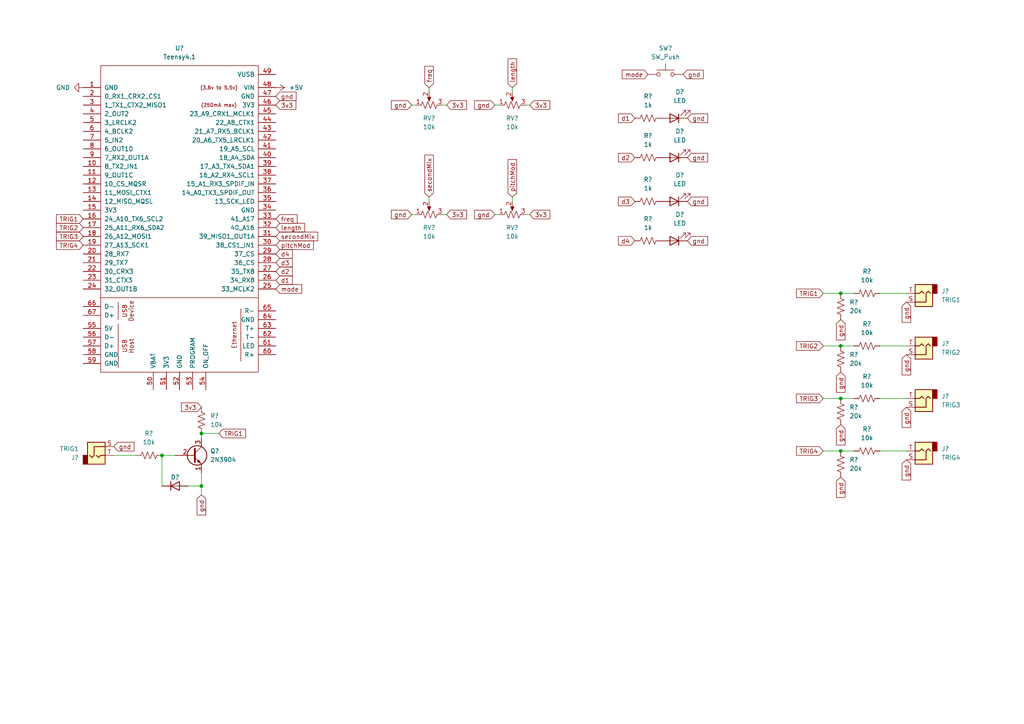
<source format=kicad_sch>
(kicad_sch (version 20211123) (generator eeschema)
  (paper "A4")
  (lib_symbols
    (symbol "Connector:AudioJack2"
      (property "Reference" "J" (at 0 8.89 0))
      (property "Value" "AudioJack2" (at 0 6.35 0))
      (symbol "AudioJack2_0_1"
        (rectangle (start -3.81 0) (end -2.54 -2.54) (stroke (width 0.254)) (fill (type outline)))
        (rectangle (start -2.54 3.81) (end 2.54 -2.54) (stroke (width 0.254)) (fill (type background)))
        (polyline (pts (xy 0 0) (xy 0.635 -0.635) (xy 1.27 0) (xy 2.54 0)) (stroke (width 0.254)))
        (polyline (pts (xy 2.54 2.54) (xy -0.635 2.54) (xy -0.635 0) (xy -1.27 -0.635) (xy -1.905 0)) (stroke (width 0.254)))
      )
      (symbol "AudioJack2_1_1"
        (pin passive line (at 5.08 2.54 180) (length 2.54) (name "~") (number "S"))
        (pin passive line (at 5.08 0 180) (length 2.54) (name "~") (number "T"))
      )
    )
    (symbol "Device:LED" (pin_numbers hide) (pin_names (offset 1.016) hide)
      (property "Reference" "D" (at 0 2.54 0))
      (property "Value" "LED" (at 0 -2.54 0))
      (symbol "LED_0_1"
        (polyline (pts (xy -1.27 -1.27) (xy -1.27 1.27)) (stroke (width 0.254)))
        (polyline (pts (xy -1.27 0) (xy 1.27 0)))
        (polyline (pts (xy 1.27 -1.27) (xy 1.27 1.27) (xy -1.27 0) (xy 1.27 -1.27)) (stroke (width 0.254)))
        (polyline (pts (xy -3.048 -0.762) (xy -4.572 -2.286) (xy -3.81 -2.286) (xy -4.572 -2.286) (xy -4.572 -1.524)))
        (polyline (pts (xy -1.778 -0.762) (xy -3.302 -2.286) (xy -2.54 -2.286) (xy -3.302 -2.286) (xy -3.302 -1.524)))
      )
      (symbol "LED_1_1"
        (pin passive line (at -3.81 0 0) (length 2.54) (name "K") (number "1"))
        (pin passive line (at 3.81 0 180) (length 2.54) (name "A") (number "2"))
      )
    )
    (symbol "Device:R_Potentiometer_US" (pin_names (offset 1.016) hide)
      (property "Reference" "RV" (at -4.445 0 90))
      (property "Value" "R_Potentiometer_US" (at -2.54 0 90))
      (symbol "R_Potentiometer_US_0_1"
        (polyline (pts (xy 0 -2.286) (xy 0 -2.54)))
        (polyline (pts (xy 0 2.54) (xy 0 2.286)))
        (polyline (pts (xy 2.54 0) (xy 1.524 0)))
        (polyline (pts (xy 1.143 0) (xy 2.286 0.508) (xy 2.286 -0.508) (xy 1.143 0)) (fill (type outline)))
        (polyline (pts (xy 0 -0.762) (xy 1.016 -1.143) (xy 0 -1.524) (xy -1.016 -1.905) (xy 0 -2.286)))
        (polyline (pts (xy 0 0.762) (xy 1.016 0.381) (xy 0 0) (xy -1.016 -0.381) (xy 0 -0.762)))
        (polyline (pts (xy 0 2.286) (xy 1.016 1.905) (xy 0 1.524) (xy -1.016 1.143) (xy 0 0.762)))
      )
      (symbol "R_Potentiometer_US_1_1"
        (pin passive line (at 0 3.81 270) (length 1.27) (name "1") (number "1"))
        (pin passive line (at 3.81 0 180) (length 1.27) (name "2") (number "2"))
        (pin passive line (at 0 -3.81 90) (length 1.27) (name "3") (number "3"))
      )
    )
    (symbol "Device:R_US" (pin_numbers hide) (pin_names (offset 0))
      (property "Reference" "R" (at 2.54 0 90))
      (property "Value" "R_US" (at -2.54 0 90))
      (symbol "R_US_0_1"
        (polyline (pts (xy 0 -2.286) (xy 0 -2.54)))
        (polyline (pts (xy 0 2.286) (xy 0 2.54)))
        (polyline (pts (xy 0 -0.762) (xy 1.016 -1.143) (xy 0 -1.524) (xy -1.016 -1.905) (xy 0 -2.286)))
        (polyline (pts (xy 0 0.762) (xy 1.016 0.381) (xy 0 0) (xy -1.016 -0.381) (xy 0 -0.762)))
        (polyline (pts (xy 0 2.286) (xy 1.016 1.905) (xy 0 1.524) (xy -1.016 1.143) (xy 0 0.762)))
      )
      (symbol "R_US_1_1"
        (pin passive line (at 0 3.81 270) (length 1.27) (name "~") (number "1"))
        (pin passive line (at 0 -3.81 90) (length 1.27) (name "~") (number "2"))
      )
    )
    (symbol "Simulation_SPICE:DIODE" (pin_numbers hide) (pin_names (offset 1.016) hide)
      (property "Reference" "D" (at 0 2.54 0))
      (property "Value" "DIODE" (at 0 -2.54 0))
      (symbol "DIODE_0_1"
        (polyline (pts (xy 1.27 0) (xy -1.27 0)))
        (polyline (pts (xy 1.27 1.27) (xy 1.27 -1.27)) (stroke (width 0.254)))
        (polyline (pts (xy -1.27 -1.27) (xy -1.27 1.27) (xy 1.27 0) (xy -1.27 -1.27)) (stroke (width 0.254)))
      )
      (symbol "DIODE_1_1"
        (pin passive line (at -3.81 0 0) (length 2.54) (name "A") (number "1"))
        (pin passive line (at 3.81 0 180) (length 2.54) (name "K") (number "2"))
      )
    )
    (symbol "Switch:SW_Push" (pin_numbers hide) (pin_names (offset 1.016) hide)
      (property "Reference" "SW" (at 1.27 2.54 0))
      (property "Value" "SW_Push" (at 0 -1.524 0))
      (symbol "SW_Push_0_1"
        (circle (center -2.032 0) (radius 0.508))
        (polyline (pts (xy 0 1.27) (xy 0 3.048)))
        (polyline (pts (xy 2.54 1.27) (xy -2.54 1.27)))
        (circle (center 2.032 0) (radius 0.508))
        (pin passive line (at -5.08 0 0) (length 2.54) (name "1") (number "1"))
        (pin passive line (at 5.08 0 180) (length 2.54) (name "2") (number "2"))
      )
    )
    (symbol "Transistor_BJT:2N3904" (pin_names (offset 0) hide)
      (property "Reference" "Q" (at 5.08 1.905 0))
      (property "Value" "2N3904" (at 5.08 0 0))
      (symbol "2N3904_0_1"
        (polyline (pts (xy 0.635 0.635) (xy 2.54 2.54)))
        (polyline (pts (xy 0.635 -0.635) (xy 2.54 -2.54) (xy 2.54 -2.54)))
        (polyline (pts (xy 0.635 1.905) (xy 0.635 -1.905) (xy 0.635 -1.905)) (stroke (width 0.508)))
        (polyline (pts (xy 1.27 -1.778) (xy 1.778 -1.27) (xy 2.286 -2.286) (xy 1.27 -1.778) (xy 1.27 -1.778)) (fill (type outline)))
        (circle (center 1.27 0) (radius 2.8194) (stroke (width 0.254)))
      )
      (symbol "2N3904_1_1"
        (pin passive line (at 2.54 -5.08 90) (length 2.54) (name "E") (number "1"))
        (pin passive line (at -5.08 0 0) (length 5.715) (name "B") (number "2"))
        (pin passive line (at 2.54 5.08 270) (length 2.54) (name "C") (number "3"))
      )
    )
    (symbol "power:+5V" (power) (pin_names (offset 0))
      (property "Value" "+5V" (at 0 3.556 0))
      (symbol "+5V_0_1"
        (polyline (pts (xy -0.762 1.27) (xy 0 2.54)))
        (polyline (pts (xy 0 0) (xy 0 2.54)))
        (polyline (pts (xy 0 2.54) (xy 0.762 1.27)))
      )
      (symbol "+5V_1_1"
        (pin power_in line (at 0 0 90) (length 0) hide (name "+5V") (number "1"))
      )
    )
    (symbol "power:GND" (power) (pin_names (offset 0))
      (property "Value" "GND" (at 0 -3.81 0))
      (symbol "GND_0_1"
        (polyline (pts (xy 0 0) (xy 0 -1.27) (xy 1.27 -1.27) (xy 0 -2.54) (xy -1.27 -1.27) (xy 0 -1.27)))
      )
      (symbol "GND_1_1"
        (pin power_in line (at 0 0 270) (length 0) hide (name "GND") (number "1"))
      )
    )
    (symbol "teensy:Teensy4.1" (pin_names (offset 1.016))
      (property "Reference" "U" (at 0 64.77 0))
      (property "Value" "Teensy4.1" (at 0 62.23 0))
      (symbol "Teensy4.1_0_0"
        (polyline (pts (xy -22.86 -6.35) (xy 22.86 -6.35)))
        (polyline (pts (xy -17.78 -26.67) (xy -17.78 -13.97)))
        (polyline (pts (xy -17.78 -7.62) (xy -17.78 -12.7)))
        (polyline (pts (xy 17.78 -9.525) (xy 17.78 -24.765)))
        (text "(250mA max)" (at 11.43 49.53 0) (effects (font (size 1.016 1.016))))
        (text "(3.6v to 5.5v)" (at 11.43 54.61 0) (effects (font (size 1.016 1.016))))
        (text "Device" (at -13.97 -10.16 900) (effects (font (size 1.27 1.27))))
        (text "Ethernet" (at 15.875 -17.145 900) (effects (font (size 1.27 1.27))))
        (text "Host" (at -13.97 -20.32 900) (effects (font (size 1.27 1.27))))
        (text "USB" (at -15.875 -20.32 900) (effects (font (size 1.27 1.27))))
        (text "USB" (at -15.875 -10.16 900) (effects (font (size 1.27 1.27))))
        (pin bidirectional line (at -27.94 31.75 0) (length 5.08) (name "8_TX2_IN1") (number "10"))
        (pin bidirectional line (at -27.94 29.21 0) (length 5.08) (name "9_OUT1C") (number "11"))
        (pin bidirectional line (at -27.94 26.67 0) (length 5.08) (name "10_CS_MQSR") (number "12"))
        (pin bidirectional line (at -27.94 24.13 0) (length 5.08) (name "11_MOSI_CTX1") (number "13"))
        (pin bidirectional line (at -27.94 21.59 0) (length 5.08) (name "12_MISO_MQSL") (number "14"))
        (pin power_in line (at -27.94 19.05 0) (length 5.08) (name "3V3") (number "15"))
        (pin bidirectional line (at -27.94 16.51 0) (length 5.08) (name "24_A10_TX6_SCL2") (number "16"))
        (pin bidirectional line (at -27.94 13.97 0) (length 5.08) (name "25_A11_RX6_SDA2") (number "17"))
        (pin bidirectional line (at -27.94 11.43 0) (length 5.08) (name "26_A12_MOSI1") (number "18"))
        (pin bidirectional line (at -27.94 8.89 0) (length 5.08) (name "27_A13_SCK1") (number "19"))
        (pin bidirectional line (at -27.94 6.35 0) (length 5.08) (name "28_RX7") (number "20"))
        (pin bidirectional line (at -27.94 3.81 0) (length 5.08) (name "29_TX7") (number "21"))
        (pin bidirectional line (at -27.94 1.27 0) (length 5.08) (name "30_CRX3") (number "22"))
        (pin bidirectional line (at -27.94 -1.27 0) (length 5.08) (name "31_CTX3") (number "23"))
        (pin bidirectional line (at -27.94 -3.81 0) (length 5.08) (name "32_OUT1B") (number "24"))
        (pin bidirectional line (at 27.94 -3.81 180) (length 5.08) (name "33_MCLK2") (number "25"))
        (pin bidirectional line (at 27.94 -1.27 180) (length 5.08) (name "34_RX8") (number "26"))
        (pin bidirectional line (at 27.94 1.27 180) (length 5.08) (name "35_TX8") (number "27"))
        (pin bidirectional line (at 27.94 3.81 180) (length 5.08) (name "36_CS") (number "28"))
        (pin bidirectional line (at 27.94 6.35 180) (length 5.08) (name "37_CS") (number "29"))
        (pin bidirectional line (at 27.94 8.89 180) (length 5.08) (name "38_CS1_IN1") (number "30"))
        (pin bidirectional line (at 27.94 11.43 180) (length 5.08) (name "39_MISO1_OUT1A") (number "31"))
        (pin bidirectional line (at 27.94 13.97 180) (length 5.08) (name "40_A16") (number "32"))
        (pin bidirectional line (at 27.94 16.51 180) (length 5.08) (name "41_A17") (number "33"))
        (pin bidirectional line (at 27.94 21.59 180) (length 5.08) (name "13_SCK_LED") (number "35"))
        (pin bidirectional line (at 27.94 24.13 180) (length 5.08) (name "14_A0_TX3_SPDIF_OUT") (number "36"))
        (pin bidirectional line (at 27.94 26.67 180) (length 5.08) (name "15_A1_RX3_SPDIF_IN") (number "37"))
        (pin bidirectional line (at 27.94 29.21 180) (length 5.08) (name "16_A2_RX4_SCL1") (number "38"))
        (pin bidirectional line (at 27.94 31.75 180) (length 5.08) (name "17_A3_TX4_SDA1") (number "39"))
        (pin bidirectional line (at 27.94 34.29 180) (length 5.08) (name "18_A4_SDA") (number "40"))
        (pin bidirectional line (at 27.94 36.83 180) (length 5.08) (name "19_A5_SCL") (number "41"))
        (pin bidirectional line (at 27.94 39.37 180) (length 5.08) (name "20_A6_TX5_LRCLK1") (number "42"))
        (pin bidirectional line (at 27.94 41.91 180) (length 5.08) (name "21_A7_RX5_BCLK1") (number "43"))
        (pin bidirectional line (at 27.94 44.45 180) (length 5.08) (name "22_A8_CTX1") (number "44"))
        (pin bidirectional line (at 27.94 46.99 180) (length 5.08) (name "23_A9_CRX1_MCLK1") (number "45"))
        (pin output line (at 27.94 49.53 180) (length 5.08) (name "3V3") (number "46"))
        (pin output line (at 27.94 52.07 180) (length 5.08) (name "GND") (number "47"))
        (pin power_in line (at 27.94 54.61 180) (length 5.08) (name "VIN") (number "48"))
        (pin power_out line (at 27.94 58.42 180) (length 5.08) (name "VUSB") (number "49"))
        (pin bidirectional line (at -27.94 44.45 0) (length 5.08) (name "3_LRCLK2") (number "5"))
        (pin power_in line (at -7.62 -33.02 90) (length 5.08) (name "VBAT") (number "50"))
        (pin power_in line (at -3.81 -33.02 90) (length 5.08) (name "3V3") (number "51"))
        (pin input line (at 0 -33.02 90) (length 5.08) (name "GND") (number "52"))
        (pin input line (at 3.81 -33.02 90) (length 5.08) (name "PROGRAM") (number "53"))
        (pin input line (at 7.62 -33.02 90) (length 5.08) (name "ON_OFF") (number "54"))
        (pin power_out line (at -27.94 -15.24 0) (length 5.08) (name "5V") (number "55"))
        (pin bidirectional line (at -27.94 -17.78 0) (length 5.08) (name "D-") (number "56"))
        (pin bidirectional line (at -27.94 -20.32 0) (length 5.08) (name "D+") (number "57"))
        (pin power_in line (at -27.94 -22.86 0) (length 5.08) (name "GND") (number "58"))
        (pin power_in line (at -27.94 -25.4 0) (length 5.08) (name "GND") (number "59"))
        (pin bidirectional line (at -27.94 41.91 0) (length 5.08) (name "4_BCLK2") (number "6"))
        (pin bidirectional line (at 27.94 -22.86 180) (length 5.08) (name "R+") (number "60"))
        (pin bidirectional line (at 27.94 -20.32 180) (length 5.08) (name "LED") (number "61"))
        (pin bidirectional line (at 27.94 -17.78 180) (length 5.08) (name "T-") (number "62"))
        (pin bidirectional line (at 27.94 -15.24 180) (length 5.08) (name "T+") (number "63"))
        (pin power_in line (at 27.94 -12.7 180) (length 5.08) (name "GND") (number "64"))
        (pin bidirectional line (at 27.94 -10.16 180) (length 5.08) (name "R-") (number "65"))
        (pin bidirectional line (at -27.94 -8.89 0) (length 5.08) (name "D-") (number "66"))
        (pin bidirectional line (at -27.94 -11.43 0) (length 5.08) (name "D+") (number "67"))
        (pin bidirectional line (at -27.94 39.37 0) (length 5.08) (name "5_IN2") (number "7"))
        (pin bidirectional line (at -27.94 36.83 0) (length 5.08) (name "6_OUT1D") (number "8"))
        (pin bidirectional line (at -27.94 34.29 0) (length 5.08) (name "7_RX2_OUT1A") (number "9"))
      )
      (symbol "Teensy4.1_0_1"
        (rectangle (start -22.86 60.96) (end 22.86 -27.94))
        (rectangle (start -20.32 -1.27) (end -20.32 -1.27))
      )
      (symbol "Teensy4.1_1_1"
        (pin power_in line (at -27.94 54.61 0) (length 5.08) (name "GND") (number "1"))
        (pin bidirectional line (at -27.94 52.07 0) (length 5.08) (name "0_RX1_CRX2_CS1") (number "2"))
        (pin bidirectional line (at -27.94 49.53 0) (length 5.08) (name "1_TX1_CTX2_MISO1") (number "3"))
        (pin power_in line (at 27.94 19.05 180) (length 5.08) (name "GND") (number "34"))
        (pin bidirectional line (at -27.94 46.99 0) (length 5.08) (name "2_OUT2") (number "4"))
      )
    )
  )
  (junction (at 58.42 140.97))
  (junction (at 243.84 115.57))
  (junction (at 46.99 132.08))
  (junction (at 58.42 125.73))
  (junction (at 243.84 85.09))
  (junction (at 243.84 100.33))
  (junction (at 243.84 130.81))
  (wire (pts (xy 255.27 100.33) (xy 262.89 100.33)))
  (wire (pts (xy 255.27 115.57) (xy 262.89 115.57)))
  (wire (pts (xy 58.42 125.73) (xy 63.5 125.73)))
  (wire (pts (xy 58.42 125.73) (xy 58.42 127)))
  (wire (pts (xy 143.51 30.48) (xy 144.78 30.48)))
  (wire (pts (xy 152.4 30.48) (xy 153.67 30.48)))
  (wire (pts (xy 148.59 25.4) (xy 148.59 26.67)))
  (wire (pts (xy 243.84 100.33) (xy 247.65 100.33)))
  (wire (pts (xy 46.99 132.08) (xy 50.8 132.08)))
  (wire (pts (xy 128.27 30.48) (xy 129.54 30.48)))
  (wire (pts (xy 255.27 130.81) (xy 262.89 130.81)))
  (wire (pts (xy 58.42 140.97) (xy 58.42 143.51)))
  (wire (pts (xy 243.84 130.81) (xy 247.65 130.81)))
  (wire (pts (xy 33.02 132.08) (xy 39.37 132.08)))
  (wire (pts (xy 54.61 140.97) (xy 58.42 140.97)))
  (wire (pts (xy 143.51 62.23) (xy 144.78 62.23)))
  (wire (pts (xy 238.76 130.81) (xy 243.84 130.81)))
  (wire (pts (xy 119.38 62.23) (xy 120.65 62.23)))
  (wire (pts (xy 243.84 85.09) (xy 247.65 85.09)))
  (wire (pts (xy 124.46 25.4) (xy 124.46 26.67)))
  (wire (pts (xy 148.59 57.15) (xy 148.59 58.42)))
  (wire (pts (xy 119.38 30.48) (xy 120.65 30.48)))
  (wire (pts (xy 124.46 57.15) (xy 124.46 58.42)))
  (wire (pts (xy 128.27 62.23) (xy 129.54 62.23)))
  (wire (pts (xy 238.76 100.33) (xy 243.84 100.33)))
  (wire (pts (xy 238.76 115.57) (xy 243.84 115.57)))
  (wire (pts (xy 58.42 140.97) (xy 58.42 137.16)))
  (wire (pts (xy 46.99 132.08) (xy 46.99 140.97)))
  (wire (pts (xy 255.27 85.09) (xy 262.89 85.09)))
  (wire (pts (xy 238.76 85.09) (xy 243.84 85.09)))
  (wire (pts (xy 152.4 62.23) (xy 153.67 62.23)))
  (wire (pts (xy 243.84 115.57) (xy 247.65 115.57)))
  (global_label "d3" (shape input) (at 80.01 76.2 0) (property "Intersheet References" "${INTERSHEET_REFS}" (effects hide)))
  (global_label "gnd" (shape input) (at 119.38 62.23 180) (property "Intersheet References" "${INTERSHEET_REFS}" (effects hide)))
  (global_label "TRIG4" (shape input) (at 238.76 130.81 180) (property "Intersheet References" "${INTERSHEET_REFS}" (effects hide)))
  (global_label "pitchMod" (shape input) (at 148.59 57.15 90) (property "Intersheet References" "${INTERSHEET_REFS}" (effects hide)))
  (global_label "3v3" (shape input) (at 80.01 30.48 0) (property "Intersheet References" "${INTERSHEET_REFS}" (effects hide)))
  (global_label "3v3" (shape input) (at 153.67 30.48 0) (property "Intersheet References" "${INTERSHEET_REFS}" (effects hide)))
  (global_label "freq" (shape input) (at 80.01 63.5 0) (property "Intersheet References" "${INTERSHEET_REFS}" (effects hide)))
  (global_label "mode" (shape input) (at 187.96 21.59 180) (property "Intersheet References" "${INTERSHEET_REFS}" (effects hide)))
  (global_label "length" (shape input) (at 80.01 66.04 0) (property "Intersheet References" "${INTERSHEET_REFS}" (effects hide)))
  (global_label "TRIG4" (shape input) (at 24.13 71.12 180) (property "Intersheet References" "${INTERSHEET_REFS}" (effects hide)))
  (global_label "d2" (shape input) (at 184.15 45.72 180) (property "Intersheet References" "${INTERSHEET_REFS}" (effects hide)))
  (global_label "d4" (shape input) (at 80.01 73.66 0) (property "Intersheet References" "${INTERSHEET_REFS}" (effects hide)))
  (global_label "d1" (shape input) (at 80.01 81.28 0) (property "Intersheet References" "${INTERSHEET_REFS}" (effects hide)))
  (global_label "gnd" (shape input) (at 199.39 69.85 0) (property "Intersheet References" "${INTERSHEET_REFS}" (effects hide)))
  (global_label "gnd" (shape input) (at 198.12 21.59 0) (property "Intersheet References" "${INTERSHEET_REFS}" (effects hide)))
  (global_label "gnd" (shape input) (at 199.39 34.29 0) (property "Intersheet References" "${INTERSHEET_REFS}" (effects hide)))
  (global_label "3v3" (shape input) (at 153.67 62.23 0) (property "Intersheet References" "${INTERSHEET_REFS}" (effects hide)))
  (global_label "gnd" (shape input) (at 80.01 27.94 0) (property "Intersheet References" "${INTERSHEET_REFS}" (effects hide)))
  (global_label "gnd" (shape input) (at 262.89 133.35 270) (property "Intersheet References" "${INTERSHEET_REFS}" (effects hide)))
  (global_label "freq" (shape input) (at 124.46 25.4 90) (property "Intersheet References" "${INTERSHEET_REFS}" (effects hide)))
  (global_label "gnd" (shape input) (at 243.84 138.43 270) (property "Intersheet References" "${INTERSHEET_REFS}" (effects hide)))
  (global_label "gnd" (shape input) (at 243.84 92.71 270) (property "Intersheet References" "${INTERSHEET_REFS}" (effects hide)))
  (global_label "d2" (shape input) (at 80.01 78.74 0) (property "Intersheet References" "${INTERSHEET_REFS}" (effects hide)))
  (global_label "gnd" (shape input) (at 262.89 87.63 270) (property "Intersheet References" "${INTERSHEET_REFS}" (effects hide)))
  (global_label "d4" (shape input) (at 184.15 69.85 180) (property "Intersheet References" "${INTERSHEET_REFS}" (effects hide)))
  (global_label "gnd" (shape input) (at 119.38 30.48 180) (property "Intersheet References" "${INTERSHEET_REFS}" (effects hide)))
  (global_label "TRIG2" (shape input) (at 24.13 66.04 180) (property "Intersheet References" "${INTERSHEET_REFS}" (effects hide)))
  (global_label "gnd" (shape input) (at 58.42 143.51 270) (property "Intersheet References" "${INTERSHEET_REFS}" (effects hide)))
  (global_label "length" (shape input) (at 148.59 25.4 90) (property "Intersheet References" "${INTERSHEET_REFS}" (effects hide)))
  (global_label "TRIG3" (shape input) (at 24.13 68.58 180) (property "Intersheet References" "${INTERSHEET_REFS}" (effects hide)))
  (global_label "mode" (shape input) (at 80.01 83.82 0) (property "Intersheet References" "${INTERSHEET_REFS}" (effects hide)))
  (global_label "TRIG1" (shape input) (at 238.76 85.09 180) (property "Intersheet References" "${INTERSHEET_REFS}" (effects hide)))
  (global_label "d3" (shape input) (at 184.15 58.42 180) (property "Intersheet References" "${INTERSHEET_REFS}" (effects hide)))
  (global_label "TRIG1" (shape input) (at 24.13 63.5 180) (property "Intersheet References" "${INTERSHEET_REFS}" (effects hide)))
  (global_label "gnd" (shape input) (at 143.51 62.23 180) (property "Intersheet References" "${INTERSHEET_REFS}" (effects hide)))
  (global_label "gnd" (shape input) (at 243.84 123.19 270) (property "Intersheet References" "${INTERSHEET_REFS}" (effects hide)))
  (global_label "gnd" (shape input) (at 243.84 107.95 270) (property "Intersheet References" "${INTERSHEET_REFS}" (effects hide)))
  (global_label "TRIG1" (shape input) (at 63.5 125.73 0) (property "Intersheet References" "${INTERSHEET_REFS}" (effects hide)))
  (global_label "gnd" (shape input) (at 262.89 118.11 270) (property "Intersheet References" "${INTERSHEET_REFS}" (effects hide)))
  (global_label "pitchMod" (shape input) (at 80.01 71.12 0) (property "Intersheet References" "${INTERSHEET_REFS}" (effects hide)))
  (global_label "3v3" (shape input) (at 58.42 118.11 180) (property "Intersheet References" "${INTERSHEET_REFS}" (effects hide)))
  (global_label "TRIG2" (shape input) (at 238.76 100.33 180) (property "Intersheet References" "${INTERSHEET_REFS}" (effects hide)))
  (global_label "secondMix" (shape input) (at 124.46 57.15 90) (property "Intersheet References" "${INTERSHEET_REFS}" (effects hide)))
  (global_label "gnd" (shape input) (at 199.39 45.72 0) (property "Intersheet References" "${INTERSHEET_REFS}" (effects hide)))
  (global_label "3v3" (shape input) (at 129.54 30.48 0) (property "Intersheet References" "${INTERSHEET_REFS}" (effects hide)))
  (global_label "secondMix" (shape input) (at 80.01 68.58 0) (property "Intersheet References" "${INTERSHEET_REFS}" (effects hide)))
  (global_label "gnd" (shape input) (at 33.02 129.54 0) (property "Intersheet References" "${INTERSHEET_REFS}" (effects hide)))
  (global_label "TRIG3" (shape input) (at 238.76 115.57 180) (property "Intersheet References" "${INTERSHEET_REFS}" (effects hide)))
  (global_label "gnd" (shape input) (at 199.39 58.42 0) (property "Intersheet References" "${INTERSHEET_REFS}" (effects hide)))
  (global_label "gnd" (shape input) (at 262.89 102.87 270) (property "Intersheet References" "${INTERSHEET_REFS}" (effects hide)))
  (global_label "gnd" (shape input) (at 143.51 30.48 180) (property "Intersheet References" "${INTERSHEET_REFS}" (effects hide)))
  (global_label "d1" (shape input) (at 184.15 34.29 180) (property "Intersheet References" "${INTERSHEET_REFS}" (effects hide)))
  (global_label "3v3" (shape input) (at 129.54 62.23 0) (property "Intersheet References" "${INTERSHEET_REFS}" (effects hide)))
  (symbol (lib_id "Device:R_Potentiometer_US") (at 148.59 30.48 90) (unit 1)
    (property "Reference" "RV?" (at 148.59 34.29 90))
    (property "Value" "10k" (at 148.59 36.83 90))
  )
  (symbol (lib_id "Device:R_US") (at 251.46 100.33 90) (unit 1)
    (property "Reference" "R?" (at 251.46 93.98 90))
    (property "Value" "10k" (at 251.46 96.52 90))
  )
  (symbol (lib_id "Device:R_Potentiometer_US") (at 124.46 30.48 90) (unit 1)
    (property "Reference" "RV?" (at 124.46 34.29 90))
    (property "Value" "10k" (at 124.46 36.83 90))
  )
  (symbol (lib_id "power:+5V") (at 80.01 25.4 270) (unit 1)
    (property "Reference" "#PWR?" (effects hide))
    (property "Value" "+5V" (at 83.82 25.3999 90) (effects (justify left)))
  )
  (symbol (lib_id "Device:LED") (at 195.58 34.29 180) (unit 1)
    (property "Reference" "D?" (at 197.1675 26.67 0))
    (property "Value" "LED" (at 197.1675 29.21 0))
  )
  (symbol (lib_id "Connector:AudioJack2") (at 27.94 132.08 0) (unit 1)
    (property "Reference" "J?" (at 22.86 132.7151 0) (effects (justify right)))
    (property "Value" "TRIG1" (at 22.86 130.1751 0) (effects (justify right)))
  )
  (symbol (lib_id "Switch:SW_Push") (at 193.04 21.59 0) (unit 1)
    (property "Reference" "SW?" (at 193.04 13.97 0))
    (property "Value" "SW_Push" (at 193.04 16.51 0))
  )
  (symbol (lib_id "Device:R_US") (at 58.42 121.92 0) (unit 1)
    (property "Reference" "R?" (at 60.96 120.6499 0) (effects (justify left)))
    (property "Value" "10k" (at 60.96 123.1899 0) (effects (justify left)))
  )
  (symbol (lib_id "power:GND") (at 24.13 25.4 270) (unit 1)
    (property "Reference" "#PWR?" (effects hide))
    (property "Value" "GND" (at 20.32 25.3999 90) (effects (justify right)))
  )
  (symbol (lib_id "Device:LED") (at 195.58 69.85 180) (unit 1)
    (property "Reference" "D?" (at 197.1675 62.23 0))
    (property "Value" "LED" (at 197.1675 64.77 0))
  )
  (symbol (lib_id "Device:R_US") (at 187.96 69.85 90) (unit 1)
    (property "Reference" "R?" (at 187.96 63.5 90))
    (property "Value" "1k" (at 187.96 66.04 90))
  )
  (symbol (lib_id "Transistor_BJT:2N3904") (at 55.88 132.08 0) (unit 1)
    (property "Reference" "Q?" (at 60.96 130.8099 0) (effects (justify left)))
    (property "Value" "2N3904" (at 60.96 133.3499 0) (effects (justify left)))
    (property "Footprint" "Package_TO_SOT_THT:TO-92_Inline" (effects hide))
    (property "Datasheet" "https://www.onsemi.com/pub/Collateral/2N3903-D.PDF" (effects hide))
  )
  (symbol (lib_id "Device:R_US") (at 43.18 132.08 90) (unit 1)
    (property "Reference" "R?" (at 43.18 125.73 90))
    (property "Value" "10k" (at 43.18 128.27 90))
  )
  (symbol (lib_id "Connector:AudioJack2") (at 267.97 130.81 180) (unit 1)
    (property "Reference" "J?" (at 273.05 130.1749 0) (effects (justify right)))
    (property "Value" "TRIG4" (at 273.05 132.7149 0) (effects (justify right)))
  )
  (symbol (lib_id "Device:LED") (at 195.58 58.42 180) (unit 1)
    (property "Reference" "D?" (at 197.1675 50.8 0))
    (property "Value" "LED" (at 197.1675 53.34 0))
  )
  (symbol (lib_id "Device:R_US") (at 243.84 134.62 180) (unit 1)
    (property "Reference" "R?" (at 246.38 133.3499 0) (effects (justify right)))
    (property "Value" "20k" (at 246.38 135.8899 0) (effects (justify right)))
  )
  (symbol (lib_id "Device:LED") (at 195.58 45.72 180) (unit 1)
    (property "Reference" "D?" (at 197.1675 38.1 0))
    (property "Value" "LED" (at 197.1675 40.64 0))
  )
  (symbol (lib_id "Device:R_US") (at 187.96 34.29 90) (unit 1)
    (property "Reference" "R?" (at 187.96 27.94 90))
    (property "Value" "1k" (at 187.96 30.48 90))
  )
  (symbol (lib_id "Device:R_US") (at 243.84 104.14 180) (unit 1)
    (property "Reference" "R?" (at 246.38 102.8699 0) (effects (justify right)))
    (property "Value" "20k" (at 246.38 105.4099 0) (effects (justify right)))
  )
  (symbol (lib_id "Simulation_SPICE:DIODE") (at 50.8 140.97 180) (unit 1)
    (property "Reference" "D?" (at 50.8 138.43 0))
    (property "Value" "DIODE" (effects hide))
    (property "Spice_Netlist_Enabled" "Y" (effects hide))
    (property "Spice_Primitive" "D" (effects hide))
  )
  (symbol (lib_id "Device:R_US") (at 251.46 130.81 90) (unit 1)
    (property "Reference" "R?" (at 251.46 124.46 90))
    (property "Value" "10k" (at 251.46 127 90))
  )
  (symbol (lib_id "Connector:AudioJack2") (at 267.97 85.09 180) (unit 1)
    (property "Reference" "J?" (at 273.05 84.4549 0) (effects (justify right)))
    (property "Value" "TRIG1" (at 273.05 86.9949 0) (effects (justify right)))
  )
  (symbol (lib_id "Connector:AudioJack2") (at 267.97 115.57 180) (unit 1)
    (property "Reference" "J?" (at 273.05 114.9349 0) (effects (justify right)))
    (property "Value" "TRIG3" (at 273.05 117.4749 0) (effects (justify right)))
  )
  (symbol (lib_id "Device:R_US") (at 187.96 45.72 90) (unit 1)
    (property "Reference" "R?" (at 187.96 39.37 90))
    (property "Value" "1k" (at 187.96 41.91 90))
  )
  (symbol (lib_id "Connector:AudioJack2") (at 267.97 100.33 180) (unit 1)
    (property "Reference" "J?" (at 273.05 99.6949 0) (effects (justify right)))
    (property "Value" "TRIG2" (at 273.05 102.2349 0) (effects (justify right)))
  )
  (symbol (lib_id "Device:R_US") (at 243.84 119.38 180) (unit 1)
    (property "Reference" "R?" (at 246.38 118.1099 0) (effects (justify right)))
    (property "Value" "20k" (at 246.38 120.6499 0) (effects (justify right)))
  )
  (symbol (lib_id "Device:R_US") (at 243.84 88.9 180) (unit 1)
    (property "Reference" "R?" (at 246.38 87.6299 0) (effects (justify right)))
    (property "Value" "20k" (at 246.38 90.1699 0) (effects (justify right)))
  )
  (symbol (lib_id "teensy:Teensy4.1") (at 52.07 80.01 0) (unit 1)
    (property "Reference" "U?" (at 52.07 13.97 0))
    (property "Value" "Teensy4.1" (at 52.07 16.51 0))
  )
  (symbol (lib_id "Device:R_Potentiometer_US") (at 148.59 62.23 90) (unit 1)
    (property "Reference" "RV?" (at 148.59 66.04 90))
    (property "Value" "10k" (at 148.59 68.58 90))
  )
  (symbol (lib_id "Device:R_US") (at 251.46 85.09 90) (unit 1)
    (property "Reference" "R?" (at 251.46 78.74 90))
    (property "Value" "10k" (at 251.46 81.28 90))
  )
  (symbol (lib_id "Device:R_US") (at 251.46 115.57 90) (unit 1)
    (property "Reference" "R?" (at 251.46 109.22 90))
    (property "Value" "10k" (at 251.46 111.76 90))
  )
  (symbol (lib_id "Device:R_US") (at 187.96 58.42 90) (unit 1)
    (property "Reference" "R?" (at 187.96 52.07 90))
    (property "Value" "1k" (at 187.96 54.61 90))
  )
  (symbol (lib_id "Device:R_Potentiometer_US") (at 124.46 62.23 90) (unit 1)
    (property "Reference" "RV?" (at 124.46 66.04 90))
    (property "Value" "10k" (at 124.46 68.58 90))
  )
)
</source>
